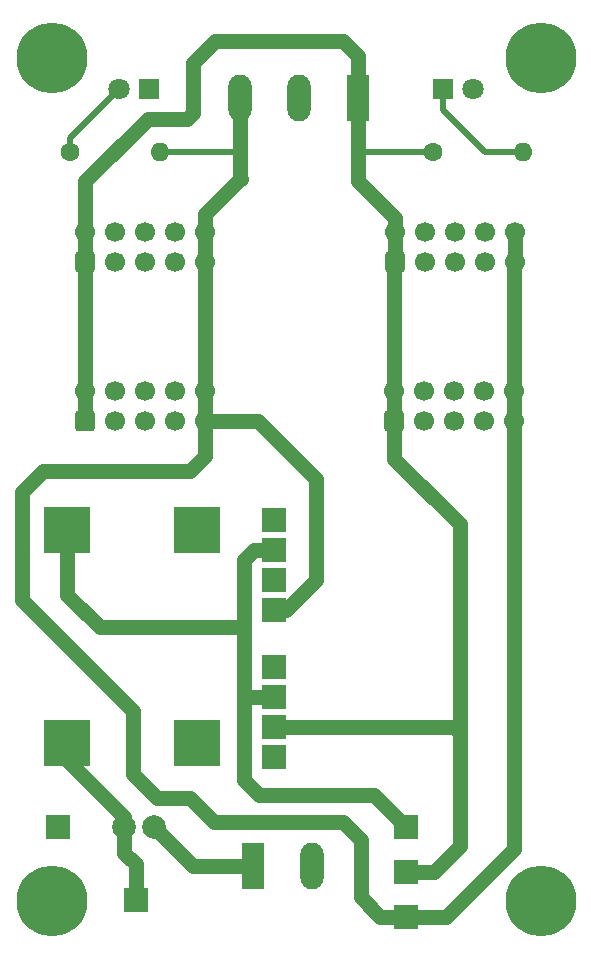
<source format=gtl>
G04 #@! TF.GenerationSoftware,KiCad,Pcbnew,(6.0.8-1)-1*
G04 #@! TF.CreationDate,2023-01-21T16:38:13+01:00*
G04 #@! TF.ProjectId,hog-f1-stupdown-psu,686f672d-6631-42d7-9374-7570646f776e,rev?*
G04 #@! TF.SameCoordinates,Original*
G04 #@! TF.FileFunction,Copper,L1,Top*
G04 #@! TF.FilePolarity,Positive*
%FSLAX46Y46*%
G04 Gerber Fmt 4.6, Leading zero omitted, Abs format (unit mm)*
G04 Created by KiCad (PCBNEW (6.0.8-1)-1) date 2023-01-21 16:38:13*
%MOMM*%
%LPD*%
G01*
G04 APERTURE LIST*
G04 Aperture macros list*
%AMRoundRect*
0 Rectangle with rounded corners*
0 $1 Rounding radius*
0 $2 $3 $4 $5 $6 $7 $8 $9 X,Y pos of 4 corners*
0 Add a 4 corners polygon primitive as box body*
4,1,4,$2,$3,$4,$5,$6,$7,$8,$9,$2,$3,0*
0 Add four circle primitives for the rounded corners*
1,1,$1+$1,$2,$3*
1,1,$1+$1,$4,$5*
1,1,$1+$1,$6,$7*
1,1,$1+$1,$8,$9*
0 Add four rect primitives between the rounded corners*
20,1,$1+$1,$2,$3,$4,$5,0*
20,1,$1+$1,$4,$5,$6,$7,0*
20,1,$1+$1,$6,$7,$8,$9,0*
20,1,$1+$1,$8,$9,$2,$3,0*%
G04 Aperture macros list end*
G04 #@! TA.AperFunction,ComponentPad*
%ADD10RoundRect,0.250000X0.600000X-0.600000X0.600000X0.600000X-0.600000X0.600000X-0.600000X-0.600000X0*%
G04 #@! TD*
G04 #@! TA.AperFunction,ComponentPad*
%ADD11C,1.700000*%
G04 #@! TD*
G04 #@! TA.AperFunction,ComponentPad*
%ADD12R,1.980000X3.960000*%
G04 #@! TD*
G04 #@! TA.AperFunction,ComponentPad*
%ADD13O,1.980000X3.960000*%
G04 #@! TD*
G04 #@! TA.AperFunction,ComponentPad*
%ADD14R,2.000000X2.000000*%
G04 #@! TD*
G04 #@! TA.AperFunction,ComponentPad*
%ADD15C,2.000000*%
G04 #@! TD*
G04 #@! TA.AperFunction,ComponentPad*
%ADD16R,4.000000X4.000000*%
G04 #@! TD*
G04 #@! TA.AperFunction,ComponentPad*
%ADD17C,1.600000*%
G04 #@! TD*
G04 #@! TA.AperFunction,ComponentPad*
%ADD18O,1.600000X1.600000*%
G04 #@! TD*
G04 #@! TA.AperFunction,ComponentPad*
%ADD19C,6.000000*%
G04 #@! TD*
G04 #@! TA.AperFunction,ComponentPad*
%ADD20R,1.800000X1.800000*%
G04 #@! TD*
G04 #@! TA.AperFunction,ComponentPad*
%ADD21C,1.800000*%
G04 #@! TD*
G04 #@! TA.AperFunction,Conductor*
%ADD22C,0.508000*%
G04 #@! TD*
G04 #@! TA.AperFunction,Conductor*
%ADD23C,1.270000*%
G04 #@! TD*
G04 APERTURE END LIST*
D10*
X155820219Y-84104586D03*
D11*
X155820219Y-81564586D03*
X158360219Y-84104586D03*
X158360219Y-81564586D03*
X160900219Y-84104586D03*
X160900219Y-81564586D03*
X163440219Y-84104586D03*
X163440219Y-81564586D03*
X165980219Y-84104586D03*
X165980219Y-81564586D03*
D10*
X129594000Y-97566586D03*
D11*
X129594000Y-95026586D03*
X132134000Y-97566586D03*
X132134000Y-95026586D03*
X134674000Y-97566586D03*
X134674000Y-95026586D03*
X137214000Y-97566586D03*
X137214000Y-95026586D03*
X139754000Y-97566586D03*
X139754000Y-95026586D03*
D12*
X152708000Y-70266000D03*
D13*
X147708000Y-70266000D03*
X142708000Y-70266000D03*
D14*
X156772000Y-139608000D03*
D12*
X143818000Y-135290000D03*
D13*
X148818000Y-135290000D03*
D14*
X156772000Y-131988000D03*
D15*
X135436000Y-131988000D03*
X132896000Y-131988000D03*
D16*
X128044800Y-124864086D03*
X139017600Y-124864086D03*
X128044800Y-106864086D03*
X139017600Y-106864086D03*
D14*
X145596000Y-118404086D03*
X145596000Y-120944086D03*
X145596000Y-123484086D03*
X145596000Y-126024086D03*
D10*
X155756000Y-97566586D03*
D11*
X155756000Y-95026586D03*
X158296000Y-97566586D03*
X158296000Y-95026586D03*
X160836000Y-97566586D03*
X160836000Y-95026586D03*
X163376000Y-97566586D03*
X163376000Y-95026586D03*
X165916000Y-97566586D03*
X165916000Y-95026586D03*
D14*
X127308000Y-131988000D03*
D17*
X128324000Y-74838000D03*
D18*
X135944000Y-74838000D03*
D19*
X126800000Y-66837000D03*
X168202000Y-66837000D03*
D20*
X159888000Y-69504000D03*
D21*
X162428000Y-69504000D03*
D14*
X145596000Y-105958086D03*
X145596000Y-108498086D03*
X145596000Y-111038086D03*
X145596000Y-113578086D03*
D19*
X168202000Y-138211000D03*
D20*
X135001000Y-69504000D03*
D21*
X132461000Y-69504000D03*
D10*
X129594000Y-84104586D03*
D11*
X129594000Y-81564586D03*
X132134000Y-84104586D03*
X132134000Y-81564586D03*
X134674000Y-84104586D03*
X134674000Y-81564586D03*
X137214000Y-84104586D03*
X137214000Y-81564586D03*
X139754000Y-84104586D03*
X139754000Y-81564586D03*
D14*
X156772000Y-135798000D03*
D17*
X159004000Y-74803000D03*
D18*
X166624000Y-74803000D03*
D19*
X126800000Y-138211000D03*
D14*
X133858000Y-138176000D03*
D22*
X162468000Y-69504000D02*
X162428000Y-69504000D01*
X128324000Y-73641000D02*
X132461000Y-69504000D01*
X128324000Y-74838000D02*
X128324000Y-73641000D01*
X159888000Y-71242000D02*
X159888000Y-69504000D01*
X166624000Y-74803000D02*
X163449000Y-74803000D01*
X163449000Y-74803000D02*
X159888000Y-71242000D01*
D23*
X129594000Y-89824000D02*
X129594000Y-84104586D01*
X155756000Y-95026586D02*
X155756000Y-89824000D01*
X159096000Y-135798000D02*
X161290000Y-133604000D01*
X129594000Y-77289000D02*
X129594000Y-81564586D01*
D22*
X159004000Y-74803000D02*
X153035000Y-74803000D01*
D23*
X151384000Y-65405000D02*
X140589000Y-65405000D01*
X145596000Y-123484086D02*
X160822086Y-123484086D01*
X129594000Y-97566586D02*
X129594000Y-95026586D01*
X161290000Y-133604000D02*
X161290000Y-123952000D01*
X155820219Y-81564586D02*
X155820219Y-80368305D01*
X155756000Y-100784000D02*
X155756000Y-97566586D01*
X155756000Y-84168805D02*
X155820219Y-84104586D01*
X129594000Y-95026586D02*
X129594000Y-89824000D01*
X134874000Y-72009000D02*
X129594000Y-77289000D01*
X138176000Y-72009000D02*
X134874000Y-72009000D01*
X155756000Y-89824000D02*
X155756000Y-84168805D01*
X160822086Y-123484086D02*
X161290000Y-123952000D01*
X161290000Y-106318000D02*
X155756000Y-100784000D01*
X152708000Y-77256086D02*
X152708000Y-75854000D01*
X155820219Y-84104586D02*
X155820219Y-81564586D01*
X138684000Y-71501000D02*
X138176000Y-72009000D01*
X155820219Y-80368305D02*
X152708000Y-77256086D01*
X155756000Y-97566586D02*
X155756000Y-95026586D01*
X152708000Y-75854000D02*
X152708000Y-70266000D01*
X152708000Y-66729000D02*
X151384000Y-65405000D01*
X140589000Y-65405000D02*
X138684000Y-67310000D01*
X138684000Y-67310000D02*
X138684000Y-71501000D01*
X129594000Y-81564586D02*
X129594000Y-84104586D01*
X161290000Y-123952000D02*
X161290000Y-106318000D01*
X156772000Y-135798000D02*
X159096000Y-135798000D01*
X152708000Y-70266000D02*
X152708000Y-66729000D01*
X160112000Y-139608000D02*
X156772000Y-139608000D01*
D22*
X135944000Y-74838000D02*
X142633000Y-74838000D01*
D23*
X146612000Y-113578086D02*
X149152000Y-111038086D01*
X165916000Y-95026586D02*
X165916000Y-84168805D01*
X139754000Y-97566586D02*
X139754000Y-95026586D01*
X144194586Y-97566586D02*
X139754000Y-97566586D01*
X152908000Y-137922000D02*
X154594000Y-139608000D01*
D22*
X142633000Y-74838000D02*
X142708000Y-74763000D01*
D23*
X139754000Y-100530000D02*
X138430000Y-101854000D01*
X139754000Y-81564586D02*
X139754000Y-80050086D01*
X142708000Y-74763000D02*
X142708000Y-70266000D01*
X139754000Y-97566586D02*
X139754000Y-100530000D01*
X165916000Y-84168805D02*
X165980219Y-84104586D01*
X165916000Y-97566586D02*
X165916000Y-95026586D01*
X138430000Y-129540000D02*
X140462000Y-131572000D01*
X138430000Y-101854000D02*
X125984000Y-101854000D01*
X151384000Y-131572000D02*
X152908000Y-133096000D01*
X133604000Y-127508000D02*
X135636000Y-129540000D01*
X140462000Y-131572000D02*
X151384000Y-131572000D01*
X133604000Y-122174000D02*
X133604000Y-127508000D01*
X125984000Y-101854000D02*
X124206000Y-103632000D01*
X142708000Y-77049000D02*
X142708000Y-74763000D01*
X145596000Y-113578086D02*
X146612000Y-113578086D01*
X149152000Y-102524000D02*
X144194586Y-97566586D01*
X135636000Y-129540000D02*
X138430000Y-129540000D01*
X124206000Y-112776000D02*
X133604000Y-122174000D01*
X165980219Y-84104586D02*
X165980219Y-81564586D01*
X165916000Y-97566586D02*
X165916000Y-133804000D01*
X124206000Y-103632000D02*
X124206000Y-112776000D01*
X154594000Y-139608000D02*
X156772000Y-139608000D01*
X165916000Y-133804000D02*
X160112000Y-139608000D01*
X142748000Y-77089000D02*
X142708000Y-77049000D01*
X139754000Y-80050086D02*
X142708000Y-77096086D01*
X139754000Y-84104586D02*
X139754000Y-81564586D01*
X152908000Y-133096000D02*
X152908000Y-137922000D01*
X149152000Y-111038086D02*
X149152000Y-102524000D01*
X139754000Y-95026586D02*
X139754000Y-84104586D01*
X138738000Y-135290000D02*
X143818000Y-135290000D01*
X135436000Y-131988000D02*
X138738000Y-135290000D01*
X133858000Y-135128000D02*
X133858000Y-138176000D01*
X132896000Y-134166000D02*
X133858000Y-135128000D01*
X132896000Y-131104086D02*
X127816000Y-126024086D01*
X132896000Y-131988000D02*
X132896000Y-131104086D01*
X132896000Y-131988000D02*
X132896000Y-134166000D01*
X143002000Y-114808000D02*
X143002000Y-121158000D01*
X128044800Y-106864086D02*
X128044800Y-112296800D01*
X143215914Y-120944086D02*
X143002000Y-121158000D01*
X145596000Y-108498086D02*
X143850914Y-108498086D01*
X145596000Y-120944086D02*
X143215914Y-120944086D01*
X128044800Y-112296800D02*
X130810000Y-115062000D01*
X144272000Y-129286000D02*
X154070000Y-129286000D01*
X143002000Y-109347000D02*
X143002000Y-114808000D01*
X143002000Y-128016000D02*
X144272000Y-129286000D01*
X143850914Y-108498086D02*
X143002000Y-109347000D01*
X143002000Y-121158000D02*
X143002000Y-128016000D01*
X142748000Y-115062000D02*
X143002000Y-114808000D01*
X130810000Y-115062000D02*
X142748000Y-115062000D01*
X154070000Y-129286000D02*
X156772000Y-131988000D01*
M02*

</source>
